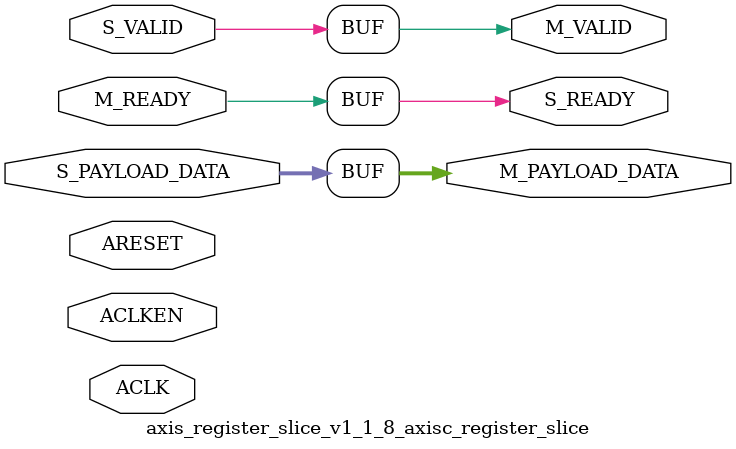
<source format=v>

`timescale 1ps/1ps

(* DowngradeIPIdentifiedWarnings="yes" *)
module axis_register_slice_v1_1_8_axisc_register_slice #
  (
   parameter C_FAMILY     = "virtex6",
   parameter C_DATA_WIDTH = 32,
   parameter C_REG_CONFIG = 32'h00000000
   // C_REG_CONFIG:
   //   0 => BYPASS    = The channel is just wired through the module.
   //   1 => FWD_REV   = Both FWD and REV (fully-registered)
   //   2 => FWD       = The master VALID and payload signals are registrated. 
   //   3 => REV       = The slave ready signal is registrated
   //   4 => RESERVED (all outputs driven to 0).
   //   5 => RESERVED (all outputs driven to 0).
   //   6 => INPUTS    = Slave and Master side inputs are registrated.
   //   7 => LIGHT_WT  = 1-stage pipeline register with bubble cycle, both FWD and REV pipelining
   //   10 => NO_READY = Assume no ready signal
   )
  (
   // System Signals
   input wire ACLK,
   input wire ARESET,
   input wire ACLKEN,

   // Slave side
   input  wire [C_DATA_WIDTH-1:0] S_PAYLOAD_DATA,
   input  wire S_VALID,
   output wire S_READY,

   // Master side
   output  wire [C_DATA_WIDTH-1:0] M_PAYLOAD_DATA,
   output wire M_VALID,
   input  wire M_READY
   );

  generate
  ////////////////////////////////////////////////////////////////////
  //
  // C_REG_CONFIG = 0
  // Bypass mode
  //
  ////////////////////////////////////////////////////////////////////
    if (C_REG_CONFIG == 32'h00000000)
    begin
      assign M_PAYLOAD_DATA = S_PAYLOAD_DATA;
      assign M_VALID        = S_VALID;
      assign S_READY        = M_READY;      
    end
  ////////////////////////////////////////////////////////////////////
  //
  // C_REG_CONFIG = 10
  // No ready, single stage register
  //
  ////////////////////////////////////////////////////////////////////
    else if (C_REG_CONFIG == 32'h0000000A)
    begin : NO_READY
      
      reg [C_DATA_WIDTH-1:0] storage_data1;
      reg                    m_valid_r; //local signal of output

      // assign local signal to its output signal
      assign S_READY = 1'b1;
      assign M_VALID = m_valid_r;

      // Load storage1 with slave side data
      always @(posedge ACLK) 
      begin
        if (ACLKEN) begin
          storage_data1 <= S_PAYLOAD_DATA; 
          m_valid_r <= S_VALID;
        end
      end

      assign M_PAYLOAD_DATA = storage_data1;


    end // if (C_REG_CONFIG == 10 )
  ////////////////////////////////////////////////////////////////////
  //
  // C_REG_CONFIG = 11
  // Minimized fanout on input signals M_READY and S_TVALID
  //
  ////////////////////////////////////////////////////////////////////
    else if (C_REG_CONFIG == 32'h00000001) begin : gen_AB_reg_slice
  //                           /----------S_READY
  //                           |/---------M_VALID
      localparam SM_RESET = 2'b00;
      localparam SM_IDLE  = 2'b10;
      localparam SM_ONE   = 2'b11;
      localparam SM_FULL  = 2'b01;
   
      (* fsm_encoding = "none" *) reg [1:0] state = SM_RESET;
      reg [C_DATA_WIDTH-1:0] payload_a;
      reg [C_DATA_WIDTH-1:0] payload_b;
      reg sel_rd = 1'b0;
      reg sel_wr = 1'b0;
      wire sel;
      wire load_a;
      wire load_b;
      
      assign M_VALID = state[0];
      assign S_READY = state[1];

      always @(posedge ACLK) begin 
        if (ARESET) begin
          state <= SM_RESET;
        end
        else if (ACLKEN) begin
          case (state)
            SM_IDLE:
              if (S_VALID)
                state <= SM_ONE;
            SM_ONE:
              if (S_VALID & ~M_READY)
                state <= SM_FULL;
              else if (~S_VALID & M_READY)
                state <= SM_IDLE;
            SM_FULL:
              if (M_READY)
                state <= SM_ONE;
            // SM_RESET:
            default:
              state <= SM_IDLE;
          endcase
        end
      end

      assign sel = sel_rd; 

      always @(posedge ACLK) begin 
        if (ARESET) begin
          sel_rd <= 1'b0;
        end 
        else if (ACLKEN) begin
          sel_rd <= (M_READY & M_VALID) ? ~sel_rd : sel_rd;
        end
      end

      assign load_a = ~sel_wr & (state != SM_FULL);
      assign load_b = sel_wr & (state != SM_FULL);
      always @(posedge ACLK) begin 
        if (ARESET) begin
          sel_wr <= 1'b0;
        end 
        else if (ACLKEN) begin
          sel_wr <= (S_READY & S_VALID) ? ~sel_wr : sel_wr;
        end
      end

      always @(posedge ACLK) begin 
        if (ACLKEN) begin 
          payload_a <= load_a ? S_PAYLOAD_DATA : payload_a;
        end
      end

      always @(posedge ACLK) begin 
        if (ACLKEN) begin 
          payload_b <= load_b ? S_PAYLOAD_DATA : payload_b;
        end
      end

      assign M_PAYLOAD_DATA = sel ? payload_b : payload_a;

    end // if (C_REG_CONFIG == 1 )
  ////////////////////////////////////////////////////////////////////
  //
  // C_REG_CONFIG = 8 (used to be 1 or 8)
  // Both FWD and REV mode
  //
  ////////////////////////////////////////////////////////////////////
    else if ((C_REG_CONFIG == 32'h00000008))
    begin
      reg [1:0] state;
      localparam [1:0] 
        ZERO = 2'b10,
        ONE  = 2'b11,
        TWO  = 2'b01;
      
      reg [C_DATA_WIDTH-1:0] storage_data1;
      reg [C_DATA_WIDTH-1:0] storage_data2;
      reg                    load_s1;
      wire                   load_s2;
      wire                   load_s1_from_s2;
      reg                    s_ready_i; //local signal of output
      wire                   m_valid_i; //local signal of output

      // assign local signal to its output signal
      assign S_READY = s_ready_i;
      assign M_VALID = m_valid_i;

      (* equivalent_register_removal = "no" *) reg [1:0] areset_d; // Reset delay register
      always @(posedge ACLK) begin
        if (ACLKEN) begin
          areset_d <= {areset_d[0], ARESET};
        end
      end
      
      // Load storage1 with either slave side data or from storage2
      always @(posedge ACLK) 
      begin
        if (ACLKEN) begin
          storage_data1 <= ~load_s1 ? storage_data1 : 
                           load_s1_from_s2 ? storage_data2 : 
                           S_PAYLOAD_DATA; 
        end
      end

      // Load storage2 with slave side data
      always @(posedge ACLK) 
      begin
        if (ACLKEN) begin
          storage_data2 <= load_s2 ? S_PAYLOAD_DATA : storage_data2;
        end
      end

      assign M_PAYLOAD_DATA = storage_data1;

      // Always load s2 on a valid transaction even if it's unnecessary
      assign load_s2 = S_VALID & s_ready_i;

      // Loading s1
      always @ *
      begin
        if ( ((state == ZERO) && (S_VALID == 1)) || // Load when empty on slave transaction
             // Load when ONE if we both have read and write at the same time
             ((state == ONE) && (S_VALID == 1) && (M_READY == 1)) ||
             // Load when TWO and we have a transaction on Master side
             ((state == TWO) && (M_READY == 1)))
          load_s1 = 1'b1;
        else
          load_s1 = 1'b0;
      end // always @ *

      assign load_s1_from_s2 = (state == TWO);
                       
      // State Machine for handling output signals
      always @(posedge ACLK) begin
        if (ARESET) begin
          s_ready_i <= 1'b0;
          state <= ZERO;
        end else if (ACLKEN && areset_d == 2'b10) begin
          s_ready_i <= 1'b1;
          state <= ZERO;
        end else if (ACLKEN && areset_d == 2'b00) begin
          case (state)
            // No transaction stored locally
            ZERO: if (S_VALID) state <= ONE; // Got one so move to ONE

            // One transaction stored locally
            ONE: begin
              if (M_READY & ~S_VALID) state <= ZERO; // Read out one so move to ZERO
              if (~M_READY & S_VALID) begin
                state <= TWO;  // Got another one so move to TWO
                s_ready_i <= 1'b0;
              end
            end

            // TWO transaction stored locally
            TWO: if (M_READY) begin
              state <= ONE; // Read out one so move to ONE
              s_ready_i <= 1'b1;
            end

            default: 
              state <= ZERO;

          endcase // case (state)
        end
      end // always @ (posedge ACLK)
      
      assign m_valid_i = state[0];

    end // if (C_REG_CONFIG == 8)
    
  ////////////////////////////////////////////////////////////////////
  //
  // C_REG_CONFIG = 2
  // Only FWD mode
  //
  ////////////////////////////////////////////////////////////////////
    else if (C_REG_CONFIG == 32'h00000002)
    begin
      reg [C_DATA_WIDTH-1:0] storage_data;
      wire                   s_ready_i; //local signal of output
      reg                    m_valid_i; //local signal of output

      // assign local signal to its output signal
      assign S_READY = s_ready_i;
      assign M_VALID = m_valid_i;

      (* equivalent_register_removal = "no" *) reg [1:0] areset_d; // Reset delay register
      always @(posedge ACLK) begin
        if (ACLKEN) begin
          areset_d <= {areset_d[0], ARESET};
        end
      end
      
      // Save payload data whenever we have a transaction on the slave side
      always @(posedge ACLK) 
      begin
        if (ACLKEN)
          storage_data <= (S_VALID & s_ready_i) ? S_PAYLOAD_DATA : storage_data;
      end

      assign M_PAYLOAD_DATA = storage_data;
      
      // M_Valid set to high when we have a completed transfer on slave side
      // Is removed on a M_READY except if we have a new transfer on the slave side
      always @(posedge ACLK) begin
        if (areset_d) begin
          m_valid_i <= 1'b0;
        end 
        else if (ACLKEN) begin
            m_valid_i <= S_VALID ? 1'b1 :  // Always set m_valid_i when slave side is valid
                       M_READY ? 1'b0 :  // Clear (or keep) when no slave side is valid but master side is ready
                         m_valid_i;
        end
      end // always @ (posedge ACLK)
      
      // Slave Ready is either when Master side drives M_Ready or we have space in our storage data
      assign s_ready_i = (M_READY | ~m_valid_i) & ~|areset_d;

    end // if (C_REG_CONFIG == 2)
  ////////////////////////////////////////////////////////////////////
  //
  // C_REG_CONFIG = 3
  // Only REV mode
  //
  ////////////////////////////////////////////////////////////////////
    else if (C_REG_CONFIG == 32'h00000003)
    begin
      reg [C_DATA_WIDTH-1:0] storage_data;
      reg                    s_ready_i; //local signal of output
      reg                    has_valid_storage_i;
      reg                    has_valid_storage;

      (* equivalent_register_removal = "no" *) reg areset_d; // Reset delay register
      always @(posedge ACLK) begin
        if (ACLKEN) begin
          areset_d <= ARESET;
        end
      end
      
      // Save payload data whenever we have a transaction on the slave side
      always @(posedge ACLK) 
      begin
        if (ACLKEN)
          storage_data <= (S_VALID & s_ready_i) ? S_PAYLOAD_DATA : storage_data;
      end

      assign M_PAYLOAD_DATA = has_valid_storage ? storage_data : S_PAYLOAD_DATA;

      // Need to determine when we need to save a payload
      // Need a combinatorial signals since it will also effect S_READY
      always @ *
      begin
        // Set the value if we have a slave transaction but master side is not ready
        if (S_VALID & s_ready_i & ~M_READY)
          has_valid_storage_i = 1'b1;
        
        // Clear the value if it's set and Master side completes the transaction but we don't have a new slave side 
        // transaction 
        else if ( (has_valid_storage == 1) && (M_READY == 1) && ( (S_VALID == 0) || (s_ready_i == 0)))
          has_valid_storage_i = 1'b0;
        else
          has_valid_storage_i = has_valid_storage;
      end // always @ *

      always @(posedge ACLK) 
      begin
        if (ARESET) begin
          has_valid_storage <= 1'b0;
        end
        else if (ACLKEN) begin
          has_valid_storage <= has_valid_storage_i;
        end
      end

      // S_READY is either clocked M_READY or that we have room in local storage
      always @(posedge ACLK) begin
        if (ARESET) begin
          s_ready_i <= 1'b0;
        end
        else if (ACLKEN) begin
          s_ready_i <= M_READY | ~has_valid_storage_i;
        end
      end

      // assign local signal to its output signal
      assign S_READY = s_ready_i;

      // M_READY is either combinatorial S_READY or that we have valid data in local storage
      assign M_VALID = (S_VALID | has_valid_storage) & ~areset_d;
      
    end // if (C_REG_CONFIG == 3)
    
  ////////////////////////////////////////////////////////////////////
  //
  // C_REG_CONFIG = 4 or 5 is NO LONGER SUPPORTED
  //
  ////////////////////////////////////////////////////////////////////
    else if ((C_REG_CONFIG == 32'h00000004) || (C_REG_CONFIG == 32'h00000005))
    begin
// synthesis translate_off
      initial begin  
        $display ("ERROR: For axi_register_slice, C_REG_CONFIG = 4 or 5 is RESERVED.");
      end
// synthesis translate_on
      assign M_PAYLOAD_DATA = 0;
      assign M_VALID        = 1'b0;
      assign S_READY        = 1'b0;    
    end  

  ////////////////////////////////////////////////////////////////////
  //
  // C_REG_CONFIG = 6
  // INPUTS mode
  //
  ////////////////////////////////////////////////////////////////////
    else if (C_REG_CONFIG == 32'h00000006)
    begin
      reg [1:0] state;
      reg [1:0] next_state;
      localparam [1:0] 
        ZERO = 2'b00,
        ONE  = 2'b01,
        TWO  = 2'b11;

      reg [C_DATA_WIDTH-1:0] storage_data1;
      reg [C_DATA_WIDTH-1:0] storage_data2;
      reg                    s_valid_d;
      reg                    s_ready_d;
      reg                    m_ready_d;
      reg                    m_valid_d;
      reg                    load_s2;
      reg                    sel_s2;
      wire                   new_access;
      wire                   access_done;
      wire                   s_ready_i; //local signal of output
      reg                    s_ready_ii;
      reg                    m_valid_i; //local signal of output
      
      (* equivalent_register_removal = "no" *) reg areset_d; // Reset delay register
      always @(posedge ACLK) begin
        if (ACLKEN) begin
          areset_d <= ARESET;
        end
      end
      
      // assign local signal to its output signal
      assign S_READY = s_ready_i;
      assign M_VALID = m_valid_i;
      assign s_ready_i = s_ready_ii & ~areset_d;

      // Registrate input control signals
      always @(posedge ACLK) 
      begin
        if (ARESET) begin          
          s_valid_d <= 1'b0;
          s_ready_d <= 1'b0;
          m_ready_d <= 1'b0;
        end else if (ACLKEN) begin
          s_valid_d <= S_VALID;
          s_ready_d <= s_ready_i;
          m_ready_d <= M_READY;
        end
      end // always @ (posedge ACLK)

      // Load storage1 with slave side payload data when slave side ready is high
      always @(posedge ACLK) 
      begin
        if (ACLKEN)
          storage_data1 <= (s_ready_i) ? S_PAYLOAD_DATA : storage_data1;          
      end

      // Load storage2 with storage data 
      always @(posedge ACLK) 
      begin
        if (ACLKEN)
          storage_data2 <= load_s2 ? storage_data1 : storage_data2;
      end

      always @(posedge ACLK) 
      begin
        if (ARESET) 
          m_valid_d <= 1'b0;
        else if (ACLKEN)
          m_valid_d <= m_valid_i;
      end

      // Local help signals
      assign new_access  = s_ready_d & s_valid_d;
      assign access_done = m_ready_d & m_valid_d;


      // State Machine for handling output signals
      always @*
      begin
        next_state = state; // Stay in the same state unless we need to move to another state
        load_s2   = 0;
        sel_s2    = 0;
        m_valid_i = 0;
        s_ready_ii = 0;
        case (state)
            // No transaction stored locally
            ZERO: begin
              load_s2   = 0;
              sel_s2    = 0;
              m_valid_i = 0;
              s_ready_ii = 1;
              if (new_access) begin
                next_state = ONE; // Got one so move to ONE
                load_s2   = 1;
                m_valid_i = 0;
              end
              else begin
                next_state = next_state;
                load_s2   = load_s2;
                m_valid_i = m_valid_i;
              end

            end // case: ZERO

            // One transaction stored locally
            ONE: begin
              load_s2   = 0;
              sel_s2    = 1;
              m_valid_i = 1;
              s_ready_ii = 1;
              if (~new_access & access_done) begin
                next_state = ZERO; // Read out one so move to ZERO
                m_valid_i = 0;                      
              end
              else if (new_access & ~access_done) begin
                next_state = TWO;  // Got another one so move to TWO
                s_ready_ii = 0;
              end
              else if (new_access & access_done) begin
                load_s2   = 1;
                sel_s2    = 0;
              end
              else begin
                load_s2   = load_s2;
                sel_s2    = sel_s2;
              end


            end // case: ONE

            // TWO transaction stored locally
            TWO: begin
              load_s2   = 0;
              sel_s2    = 1;
              m_valid_i = 1;
              s_ready_ii = 0;
              if (access_done) begin 
                next_state = ONE; // Read out one so move to ONE
                s_ready_ii  = 1;
                load_s2    = 1;
                sel_s2     = 0;
              end
              else begin
                next_state = next_state;
                s_ready_ii  = s_ready_ii;
                load_s2    = load_s2;
                sel_s2     = sel_s2;
              end
            end // case: TWO
        endcase // case (state)
      end // always @ *


      // State Machine for handling output signals
      always @(posedge ACLK) 
      begin
        if (ARESET) 
          state <= ZERO;
        else if (ACLKEN)
          state <= next_state; // Stay in the same state unless we need to move to another state
      end
      
      // Master Payload mux
      assign M_PAYLOAD_DATA = sel_s2?storage_data2:storage_data1;

    end // if (C_REG_CONFIG == 6)
  ////////////////////////////////////////////////////////////////////
  //
  // C_REG_CONFIG = 7
  // Light-weight mode.
  // 1-stage pipeline register with bubble cycle, both FWD and REV pipelining
  // Operates same as 1-deep FIFO
  //
  ////////////////////////////////////////////////////////////////////
    else if (C_REG_CONFIG == 32'h00000007)
    begin
      reg [C_DATA_WIDTH-1:0] storage_data1;
      reg                    s_ready_i; //local signal of output
      reg                    m_valid_i; //local signal of output

      // assign local signal to its output signal
      assign S_READY = s_ready_i;
      assign M_VALID = m_valid_i;

      (* equivalent_register_removal = "no" *) reg [1:0] areset_d; // Reset delay register
      always @(posedge ACLK) begin
        if (ACLKEN) begin
          areset_d <= {areset_d[0], ARESET};
        end
      end
      
      // Load storage1 with slave side data
      always @(posedge ACLK) 
      begin
        if (ARESET) begin
          s_ready_i <= 1'b0;
          m_valid_i <= 1'b0;
        end else if (ACLKEN && areset_d == 2'b10) begin
          s_ready_i <= 1'b1;
        end else if (ACLKEN && areset_d == 2'b00) begin
          if (m_valid_i & M_READY) begin
            s_ready_i <= 1'b1;
            m_valid_i <= 1'b0;
          end else if (S_VALID & s_ready_i) begin
            s_ready_i <= 1'b0;
            m_valid_i <= 1'b1;
          end
        end
        if (~m_valid_i) begin
          storage_data1 <= S_PAYLOAD_DATA;        
        end
      end
      assign M_PAYLOAD_DATA = storage_data1;
    end // if (C_REG_CONFIG == 7)
    
    else begin : default_case
      // Passthrough
      assign M_PAYLOAD_DATA = S_PAYLOAD_DATA;
      assign M_VALID        = S_VALID;
      assign S_READY        = M_READY;      
    end

  endgenerate
endmodule // axisc_register_slice

</source>
